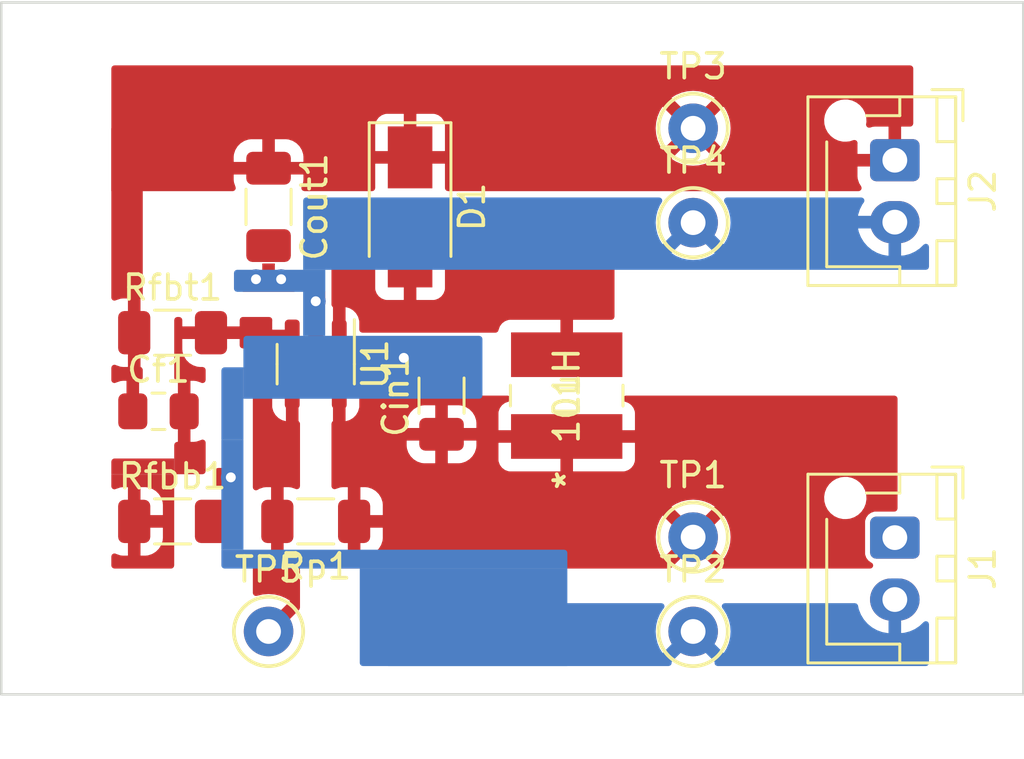
<source format=kicad_pcb>
(kicad_pcb (version 20211014) (generator pcbnew)
  (layers (0 "F.Cu" signal) (31 "B.Cu" signal) (34 "B.Paste" user) (35 "F.Paste" user) (36 "B.SilkS" user "B.Silkscreen") (37 "F.SilkS" user "F.Silkscreen") (38 "B.Mask" user) (39 "F.Mask" user) (44 "Edge.Cuts" user))
  (net 0 "")
  (net 1 "VCC")
  (net 2 "GND")
  (net 3 "/Vout,1")
  (net 4 "Net-(D1-Pad2)")
  (net 5 "Net-(Cf1-Pad2)")
  (net 6 "/Vin,1")
  (net 7 "Net-(Rp1-Pad2)")
  (footprint "TestPoint:TestPoint_Keystone_5000-5004_Miniature" (layer "F.Cu") (at 151.13 88.265)
    (fp_text reference "TP5" (at 0 -2.5) (layer "F.SilkS"))
    (fp_text value "En")
    (fp_circle (center 0 0) (end 1.4 0) (layer "F.SilkS") (width 0.15) (fill none))
    (pad "1" thru_hole circle (at 0 0) (size 2 2) (drill 1) (layers *.Cu *.Mask) (net 7 "Net-(Rp1-Pad2)"))
  )
  (footprint "Custom Parts:SDR0403-100ML" (layer "F.Cu") (at 163.1698 78.74 90)
    (fp_text reference "L1" (at 0 0 90) (layer "F.SilkS"))
    (fp_text value "10uH" (at 0 0 90) (layer "F.SilkS"))
    (fp_text user "*" (at -3.4163 0 90) (layer "F.SilkS"))
    (fp_text user "*" (at -3.4163 0 90) (layer "F.SilkS"))
    (fp_line (start -0.417531 2.2733) (end 0.417531 2.2733) (layer "F.SilkS") (width 0.12))
    (fp_line (start 0.417531 -2.2733) (end -0.417531 -2.2733) (layer "F.SilkS") (width 0.12))
    (pad "1" smd rect locked (at -1.651 0 90) (size 1.8034 4.4958) (layers "F.Cu" "F.Paste" "F.Mask") (net 6 "/Vin,1"))
    (pad "2" smd rect locked (at 1.651 0 90) (size 1.8034 4.4958) (layers "F.Cu" "F.Paste" "F.Mask") (net 4 "Net-(D1-Pad2)"))
  )
  (footprint "Capacitor_SMD:C_0805_2012Metric_Pad1.18x1.45mm_HandSolder" (layer "F.Cu") (at 146.685 79.375)
    (fp_text reference "Cf1" (at 0 -1.68) (layer "F.SilkS"))
    (fp_text value "390pF")
    (fp_line (start -0.261252 -0.735) (end 0.261252 -0.735) (layer "F.SilkS") (width 0.12))
    (fp_line (start -0.261252 0.735) (end 0.261252 0.735) (layer "F.SilkS") (width 0.12))
    (pad "1" smd roundrect (at -1.0375 0) (size 1.175 1.45) (layers "F.Cu" "F.Paste" "F.Mask") (roundrect_rratio 0.212766) (net 3 "/Vout,1"))
    (pad "2" smd roundrect (at 1.0375 0) (size 1.175 1.45) (layers "F.Cu" "F.Paste" "F.Mask") (roundrect_rratio 0.212766) (net 5 "Net-(Cf1-Pad2)"))
  )
  (footprint "Resistor_SMD:R_1206_3216Metric_Pad1.30x1.75mm_HandSolder" (layer "F.Cu") (at 147.255 83.82)
    (fp_text reference "Rfbb1" (at 0 -1.82) (layer "F.SilkS"))
    (fp_text value "14.3kΩ")
    (fp_line (start -0.727064 0.91) (end 0.727064 0.91) (layer "F.SilkS") (width 0.12))
    (fp_line (start -0.727064 -0.91) (end 0.727064 -0.91) (layer "F.SilkS") (width 0.12))
    (pad "1" smd roundrect (at -1.55 0) (size 1.3 1.75) (layers "F.Cu" "F.Paste" "F.Mask") (roundrect_rratio 0.192308) (net 5 "Net-(Cf1-Pad2)"))
    (pad "2" smd roundrect (at 1.55 0) (size 1.3 1.75) (layers "F.Cu" "F.Paste" "F.Mask") (roundrect_rratio 0.192308) (net 2 "GND"))
  )
  (footprint "Capacitor_SMD:C_1206_3216Metric_Pad1.33x1.80mm_HandSolder" (layer "F.Cu") (at 158.115 78.74 90)
    (fp_text reference "Cin1" (at 0 -1.85 90) (layer "F.SilkS"))
    (fp_text value "4.7uF")
    (fp_line (start -0.711252 -0.91) (end 0.711252 -0.91) (layer "F.SilkS") (width 0.12))
    (fp_line (start -0.711252 0.91) (end 0.711252 0.91) (layer "F.SilkS") (width 0.12))
    (pad "1" smd roundrect (at -1.5625 0 90) (size 1.325 1.8) (layers "F.Cu" "F.Paste" "F.Mask") (roundrect_rratio 0.188679) (net 6 "/Vin,1"))
    (pad "2" smd roundrect (at 1.5625 0 90) (size 1.325 1.8) (layers "F.Cu" "F.Paste" "F.Mask") (roundrect_rratio 0.188679) (net 2 "GND"))
  )
  (footprint "Package_TO_SOT_SMD:SOT-23-5" (layer "F.Cu") (at 153.035 77.47 -90)
    (fp_text reference "U1" (at 0 -2.4 90) (layer "F.SilkS"))
    (fp_text value "LMR64010XMF")
    (fp_line (start 0 -1.56) (end 0.8 -1.56) (layer "F.SilkS") (width 0.12))
    (fp_line (start 0 1.56) (end 0.8 1.56) (layer "F.SilkS") (width 0.12))
    (fp_line (start 0 -1.56) (end -1.8 -1.56) (layer "F.SilkS") (width 0.12))
    (fp_line (start 0 1.56) (end -0.8 1.56) (layer "F.SilkS") (width 0.12))
    (pad "1" smd roundrect (at -1.1375 -0.95 270) (size 1.325 0.6) (layers "F.Cu" "F.Paste" "F.Mask") (net 4 "Net-(D1-Pad2)"))
    (pad "2" smd roundrect (at -1.1375 0 270) (size 1.325 0.6) (layers "F.Cu" "F.Paste" "F.Mask") (net 2 "GND"))
    (pad "3" smd roundrect (at -1.1375 0.95 270) (size 1.325 0.6) (layers "F.Cu" "F.Paste" "F.Mask") (net 5 "Net-(Cf1-Pad2)"))
    (pad "4" smd roundrect (at 1.1375 0.95 270) (size 1.325 0.6) (layers "F.Cu" "F.Paste" "F.Mask") (net 7 "Net-(Rp1-Pad2)"))
    (pad "5" smd roundrect (at 1.1375 -0.95 270) (size 1.325 0.6) (layers "F.Cu" "F.Paste" "F.Mask") (net 6 "/Vin,1"))
  )
  (footprint "Connector_JST:JST_XH_B2B-XH-AM_1x02_P2.50mm_Vertical" (layer "F.Cu") (at 176.42 84.475 -90)
    (fp_text reference "J1" (at 1.25 -3.55 90) (layer "F.SilkS"))
    (fp_text value "Conn_01x02_Female")
    (fp_line (start 5.05 -2.45) (end 3.25 -2.45) (layer "F.SilkS") (width 0.12))
    (fp_line (start -0.75 -2.45) (end -2.55 -2.45) (layer "F.SilkS") (width 0.12))
    (fp_line (start 3.25 -1.7) (end 5.05 -1.7) (layer "F.SilkS") (width 0.12))
    (fp_line (start -1.8 -0.2) (end -1.8 1.14) (layer "F.SilkS") (width 0.12))
    (fp_line (start 5.06 -2.46) (end -2.56 -2.46) (layer "F.SilkS") (width 0.12))
    (fp_line (start 0.75 -1.7) (end 1.75 -1.7) (layer "F.SilkS") (width 0.12))
    (fp_line (start -0.75 -1.7) (end -0.75 -2.45) (layer "F.SilkS") (width 0.12))
    (fp_line (start -2.56 -2.46) (end -2.56 3.51) (layer "F.SilkS") (width 0.12))
    (fp_line (start 4.3 2.75) (end 1.25 2.75) (layer "F.SilkS") (width 0.12))
    (fp_line (start 1.25 2.75) (end -0.74 2.75) (layer "F.SilkS") (width 0.12))
    (fp_line (start 1.75 -1.7) (end 1.75 -2.45) (layer "F.SilkS") (width 0.12))
    (fp_line (start 5.06 3.51) (end 5.06 -2.46) (layer "F.SilkS") (width 0.12))
    (fp_line (start 0.75 -2.45) (end 0.75 -1.7) (layer "F.SilkS") (width 0.12))
    (fp_line (start -2.85 -2.75) (end -2.85 -1.5) (layer "F.SilkS") (width 0.12))
    (fp_line (start -2.55 -2.45) (end -2.55 -1.7) (layer "F.SilkS") (width 0.12))
    (fp_line (start -2.55 -0.2) (end -1.8 -0.2) (layer "F.SilkS") (width 0.12))
    (fp_line (start -1.6 -2.75) (end -2.85 -2.75) (layer "F.SilkS") (width 0.12))
    (fp_line (start 3.25 -2.45) (end 3.25 -1.7) (layer "F.SilkS") (width 0.12))
    (fp_line (start 4.3 -0.2) (end 4.3 2.75) (layer "F.SilkS") (width 0.12))
    (fp_line (start -2.56 3.51) (end 5.06 3.51) (layer "F.SilkS") (width 0.12))
    (fp_line (start -2.55 -1.7) (end -0.75 -1.7) (layer "F.SilkS") (width 0.12))
    (fp_line (start 5.05 -1.7) (end 5.05 -2.45) (layer "F.SilkS") (width 0.12))
    (fp_line (start 1.75 -2.45) (end 0.75 -2.45) (layer "F.SilkS") (width 0.12))
    (fp_line (start 5.05 -0.2) (end 4.3 -0.2) (layer "F.SilkS") (width 0.12))
    (pad "" np_thru_hole circle (at -1.6 2 270) (size 1.2 1.2) (drill 1.2) (layers *.Cu *.Mask))
    (pad "1" thru_hole roundrect (at 0 0 270) (size 1.7 2) (drill 1) (layers *.Cu *.Mask) (roundrect_rratio 0.147059) (net 1 "VCC"))
    (pad "2" thru_hole oval (at 2.5 0 270) (size 1.7 2) (drill 1) (layers *.Cu *.Mask) (net 2 "GND"))
  )
  (footprint "TestPoint:TestPoint_Keystone_5000-5004_Miniature" (layer "F.Cu") (at 168.275 84.455)
    (fp_text reference "TP1" (at 0 -2.5) (layer "F.SilkS"))
    (fp_text value "Vin,1")
    (fp_circle (center 0 0) (end 1.4 0) (layer "F.SilkS") (width 0.15) (fill none))
    (pad "1" thru_hole circle (at 0 0) (size 2 2) (drill 1) (layers *.Cu *.Mask) (net 6 "/Vin,1"))
  )
  (footprint "Connector_JST:JST_XH_B2B-XH-AM_1x02_P2.50mm_Vertical" (layer "F.Cu") (at 176.42 69.235 -90)
    (fp_text reference "J2" (at 1.25 -3.55 90) (layer "F.SilkS"))
    (fp_text value "Conn_01x02_Female")
    (fp_line (start -2.56 -2.46) (end -2.56 3.51) (layer "F.SilkS") (width 0.12))
    (fp_line (start -2.55 -2.45) (end -2.55 -1.7) (layer "F.SilkS") (width 0.12))
    (fp_line (start 5.06 3.51) (end 5.06 -2.46) (layer "F.SilkS") (width 0.12))
    (fp_line (start 5.05 -0.2) (end 4.3 -0.2) (layer "F.SilkS") (width 0.12))
    (fp_line (start 5.05 -2.45) (end 3.25 -2.45) (layer "F.SilkS") (width 0.12))
    (fp_line (start 1.75 -2.45) (end 0.75 -2.45) (layer "F.SilkS") (width 0.12))
    (fp_line (start 4.3 2.75) (end 1.25 2.75) (layer "F.SilkS") (width 0.12))
    (fp_line (start -1.6 -2.75) (end -2.85 -2.75) (layer "F.SilkS") (width 0.12))
    (fp_line (start -2.56 3.51) (end 5.06 3.51) (layer "F.SilkS") (width 0.12))
    (fp_line (start 0.75 -2.45) (end 0.75 -1.7) (layer "F.SilkS") (width 0.12))
    (fp_line (start -0.75 -2.45) (end -2.55 -2.45) (layer "F.SilkS") (width 0.12))
    (fp_line (start -2.55 -1.7) (end -0.75 -1.7) (layer "F.SilkS") (width 0.12))
    (fp_line (start 3.25 -2.45) (end 3.25 -1.7) (layer "F.SilkS") (width 0.12))
    (fp_line (start -0.75 -1.7) (end -0.75 -2.45) (layer "F.SilkS") (width 0.12))
    (fp_line (start 1.75 -1.7) (end 1.75 -2.45) (layer "F.SilkS") (width 0.12))
    (fp_line (start 3.25 -1.7) (end 5.05 -1.7) (layer "F.SilkS") (width 0.12))
    (fp_line (start 5.05 -1.7) (end 5.05 -2.45) (layer "F.SilkS") (width 0.12))
    (fp_line (start 0.75 -1.7) (end 1.75 -1.7) (layer "F.SilkS") (width 0.12))
    (fp_line (start 1.25 2.75) (end -0.74 2.75) (layer "F.SilkS") (width 0.12))
    (fp_line (start 5.06 -2.46) (end -2.56 -2.46) (layer "F.SilkS") (width 0.12))
    (fp_line (start -1.8 -0.2) (end -1.8 1.14) (layer "F.SilkS") (width 0.12))
    (fp_line (start -2.55 -0.2) (end -1.8 -0.2) (layer "F.SilkS") (width 0.12))
    (fp_line (start -2.85 -2.75) (end -2.85 -1.5) (layer "F.SilkS") (width 0.12))
    (fp_line (start 4.3 -0.2) (end 4.3 2.75) (layer "F.SilkS") (width 0.12))
    (pad "" np_thru_hole circle (at -1.6 2 270) (size 1.2 1.2) (drill 1.2) (layers *.Cu *.Mask))
    (pad "1" thru_hole roundrect (at 0 0 270) (size 1.7 2) (drill 1) (layers *.Cu *.Mask) (roundrect_rratio 0.147059) (net 3 "/Vout,1"))
    (pad "2" thru_hole oval (at 2.5 0 270) (size 1.7 2) (drill 1) (layers *.Cu *.Mask) (net 2 "GND"))
  )
  (footprint "Diode_SMD:D_SMA" (layer "F.Cu") (at 156.845 71.12 -90)
    (fp_text reference "D1" (at 0 -2.5 90) (layer "F.SilkS"))
    (fp_text value "410mV 1A")
    (fp_line (start -3.4 -1.65) (end -3.4 1.65) (layer "F.SilkS") (width 0.12))
    (fp_line (start -3.4 -1.65) (end 2 -1.65) (layer "F.SilkS") (width 0.12))
    (fp_line (start -3.4 1.65) (end 2 1.65) (layer "F.SilkS") (width 0.12))
    (pad "1" smd rect (at -2 0 270) (size 2.5 1.8) (layers "F.Cu" "F.Paste" "F.Mask") (net 3 "/Vout,1"))
    (pad "2" smd rect (at 2 0 270) (size 2.5 1.8) (layers "F.Cu" "F.Paste" "F.Mask") (net 4 "Net-(D1-Pad2)"))
  )
  (footprint "TestPoint:TestPoint_Keystone_5000-5004_Miniature" (layer "F.Cu") (at 168.275 67.945)
    (fp_text reference "TP3" (at 0 -2.5) (layer "F.SilkS"))
    (fp_text value "Vout,1")
    (fp_circle (center 0 0) (end 1.4 0) (layer "F.SilkS") (width 0.15) (fill none))
    (pad "1" thru_hole circle (at 0 0) (size 2 2) (drill 1) (layers *.Cu *.Mask) (net 3 "/Vout,1"))
  )
  (footprint "TestPoint:TestPoint_Keystone_5000-5004_Miniature" (layer "F.Cu") (at 168.275 88.265)
    (fp_text reference "TP2" (at 0 -2.5) (layer "F.SilkS"))
    (fp_text value "Gnd")
    (fp_circle (center 0 0) (end 1.4 0) (layer "F.SilkS") (width 0.15) (fill none))
    (pad "1" thru_hole circle (at 0 0) (size 2 2) (drill 1) (layers *.Cu *.Mask) (net 2 "GND"))
  )
  (footprint "Capacitor_SMD:C_1206_3216Metric_Pad1.33x1.80mm_HandSolder" (layer "F.Cu") (at 151.13 71.12 -90)
    (fp_text reference "Cout1" (at 0 -1.85 90) (layer "F.SilkS"))
    (fp_text value "4.7uF")
    (fp_line (start -0.711252 0.91) (end 0.711252 0.91) (layer "F.SilkS") (width 0.12))
    (fp_line (start -0.711252 -0.91) (end 0.711252 -0.91) (layer "F.SilkS") (width 0.12))
    (pad "1" smd roundrect (at -1.5625 0 270) (size 1.325 1.8) (layers "F.Cu" "F.Paste" "F.Mask") (roundrect_rratio 0.188679) (net 3 "/Vout,1"))
    (pad "2" smd roundrect (at 1.5625 0 270) (size 1.325 1.8) (layers "F.Cu" "F.Paste" "F.Mask") (roundrect_rratio 0.188679) (net 2 "GND"))
  )
  (footprint "TestPoint:TestPoint_Keystone_5000-5004_Miniature" (layer "F.Cu") (at 168.275 71.755)
    (fp_text reference "TP4" (at 0 -2.5) (layer "F.SilkS"))
    (fp_text value "Gnd")
    (fp_circle (center 0 0) (end 1.4 0) (layer "F.SilkS") (width 0.15) (fill none))
    (pad "1" thru_hole circle (at 0 0) (size 2 2) (drill 1) (layers *.Cu *.Mask) (net 2 "GND"))
  )
  (footprint "Resistor_SMD:R_1206_3216Metric_Pad1.30x1.75mm_HandSolder" (layer "F.Cu") (at 147.255 76.2)
    (fp_text reference "Rfbt1" (at 0 -1.82) (layer "F.SilkS"))
    (fp_text value "267kΩ")
    (fp_line (start -0.727064 0.91) (end 0.727064 0.91) (layer "F.SilkS") (width 0.12))
    (fp_line (start -0.727064 -0.91) (end 0.727064 -0.91) (layer "F.SilkS") (width 0.12))
    (pad "1" smd roundrect (at -1.55 0) (size 1.3 1.75) (layers "F.Cu" "F.Paste" "F.Mask") (roundrect_rratio 0.192308) (net 3 "/Vout,1"))
    (pad "2" smd roundrect (at 1.55 0) (size 1.3 1.75) (layers "F.Cu" "F.Paste" "F.Mask") (roundrect_rratio 0.192308) (net 5 "Net-(Cf1-Pad2)"))
  )
  (footprint "Resistor_SMD:R_1206_3216Metric_Pad1.30x1.75mm_HandSolder" (layer "F.Cu") (at 153.035 83.82 180)
    (fp_text reference "Rp1" (at 0 -1.82) (layer "F.SilkS"))
    (fp_text value "1MΩ")
    (fp_line (start -0.727064 -0.91) (end 0.727064 -0.91) (layer "F.SilkS") (width 0.12))
    (fp_line (start -0.727064 0.91) (end 0.727064 0.91) (layer "F.SilkS") (width 0.12))
    (pad "1" smd roundrect (at -1.55 0 180) (size 1.3 1.75) (layers "F.Cu" "F.Paste" "F.Mask") (roundrect_rratio 0.192308) (net 6 "/Vin,1"))
    (pad "2" smd roundrect (at 1.55 0 180) (size 1.3 1.75) (layers "F.Cu" "F.Paste" "F.Mask") (roundrect_rratio 0.192308) (net 7 "Net-(Rp1-Pad2)"))
  )
  (gr_rect (start 181.61 90.805) (end 140.335 62.865) (layer "Edge.Cuts") (width 0.1) (fill none))
  (via (at 151.638 74.041) (size 0.8) (drill 0.4) (layers "F.Cu" "B.Cu") (net 2))
  (via (at 150.622 74.041) (size 0.8) (drill 0.4) (layers "F.Cu" "B.Cu") (net 2))
  (via (at 153.035 74.93) (size 0.8) (drill 0.4) (layers "F.Cu" "B.Cu") (net 2))
  (via (at 149.606 82.042) (size 0.8) (drill 0.4) (layers "F.Cu" "B.Cu") (net 2))
  (via (at 156.591 77.216) (size 0.8) (drill 0.4) (layers "F.Cu" "B.Cu") (net 2))
  (zone (net 2) (net_name "GND") (layer "F.Cu") (connect_pads (clearance 0)) (min_thickness 0.254) (fill yes (thermal_gap 0.508) (thermal_bridge_width 0.508))
    (polygon (pts (xy 153.416 75.819) (xy 152.654 75.819) (xy 152.654 74.422) (xy 153.416 74.422)))
  )
  (zone (net 6) (net_name "/Vin,1") (layer "F.Cu") (connect_pads (clearance 0)) (min_thickness 0.254) (fill yes (thermal_gap 0.508) (thermal_bridge_width 0.508))
    (polygon (pts (xy 176.53 85.725) (xy 153.67 85.725) (xy 153.67 78.74) (xy 176.53 78.74)))
  )
  (zone (net 5) (net_name "Net-(Cf1-Pad2)") (layer "F.Cu") (connect_pads (clearance 0)) (min_thickness 0.254) (fill yes (thermal_gap 0.508) (thermal_bridge_width 0.508))
    (polygon (pts (xy 148.59 75.565) (xy 148.59 81.915) (xy 147.32 81.915) (xy 147.32 75.565)))
  )
  (zone (net 2) (net_name "GND") (layer "F.Cu") (connect_pads (clearance 0)) (min_thickness 0.254) (fill yes (thermal_gap 0.508) (thermal_bridge_width 0.508))
    (polygon (pts (xy 152.273 74.549) (xy 149.987 74.549) (xy 149.987 73.406) (xy 152.273 73.406)))
  )
  (zone (net 5) (net_name "Net-(Cf1-Pad2)") (layer "F.Cu") (connect_pads (clearance 0)) (min_thickness 0.254) (fill yes (thermal_gap 0.508) (thermal_bridge_width 0.508))
    (polygon (pts (xy 147.32 81.915) (xy 144.78 81.915) (xy 144.78 81.28) (xy 147.32 81.28)))
  )
  (zone (net 2) (net_name "GND") (layer "F.Cu") (connect_pads (clearance 0)) (min_thickness 0.254) (fill yes (thermal_gap 0.508) (thermal_bridge_width 0.508))
    (polygon (pts (xy 157.226 77.597) (xy 156.21 77.597) (xy 156.21 76.835) (xy 157.226 76.835)))
  )
  (zone (net 2) (net_name "GND") (layer "F.Cu") (connect_pads (clearance 0)) (min_thickness 0.254) (fill yes (thermal_gap 0.508) (thermal_bridge_width 0.508))
    (polygon (pts (xy 149.987 83.439) (xy 148.971 83.439) (xy 148.971 81.661) (xy 149.987 81.661)))
  )
  (zone (net 7) (net_name "Net-(Rp1-Pad2)") (layer "F.Cu") (connect_pads (clearance 0)) (min_thickness 0.254) (fill yes (thermal_gap 0.508) (thermal_bridge_width 0.508))
    (polygon (pts (xy 152.4 89.535) (xy 150.495 89.535) (xy 150.495 78.105) (xy 152.4 78.105)))
  )
  (zone (net 5) (net_name "Net-(Cf1-Pad2)") (layer "F.Cu") (connect_pads (clearance 0)) (min_thickness 0.254) (fill yes (thermal_gap 0.508) (thermal_bridge_width 0.508))
    (polygon (pts (xy 147.32 85.725) (xy 144.78 85.725) (xy 144.78 81.915) (xy 147.32 81.915)))
  )
  (zone (net 5) (net_name "Net-(Cf1-Pad2)") (layer "F.Cu") (connect_pads (clearance 0)) (min_thickness 0.254) (fill yes (thermal_gap 0.508) (thermal_bridge_width 0.508))
    (polygon (pts (xy 152.4 76.835) (xy 147.955 76.835) (xy 147.955 75.565) (xy 152.4 75.565)))
  )
  (zone (net 3) (net_name "/Vout,1") (layer "F.Cu") (connect_pads (clearance 0)) (min_thickness 0.254) (fill yes (thermal_gap 0.508) (thermal_bridge_width 0.508))
    (polygon (pts (xy 177.165 65.405) (xy 177.165 70.485) (xy 144.78 70.485) (xy 144.78 65.405)))
  )
  (zone (net 3) (net_name "/Vout,1") (layer "F.Cu") (connect_pads (clearance 0)) (min_thickness 0.254) (fill yes (thermal_gap 0.508) (thermal_bridge_width 0.508))
    (polygon (pts (xy 146.05 80.01) (xy 144.78 80.01) (xy 144.78 67.945) (xy 146.05 67.945)))
  )
  (zone (net 4) (net_name "Net-(D1-Pad2)") (layer "F.Cu") (connect_pads (clearance 0)) (min_thickness 0.254) (fill yes (thermal_gap 0.508) (thermal_bridge_width 0.508))
    (polygon (pts (xy 165.1 76.2) (xy 153.67 76.2) (xy 153.67 73.025) (xy 165.1 73.025)))
  )
  (zone (net 2) (net_name "GND") (layer "B.Cu") (connect_pads (clearance 0)) (min_thickness 0.254) (fill yes (thermal_gap 0.508) (thermal_bridge_width 0.508))
    (polygon (pts (xy 153.416 74.549) (xy 149.733 74.549) (xy 149.733 73.66) (xy 153.416 73.66)))
  )
  (zone (net 2) (net_name "GND") (layer "B.Cu") (connect_pads (clearance 0)) (min_thickness 0.254) (fill yes (thermal_gap 0.508) (thermal_bridge_width 0.508))
    (polygon (pts (xy 159.766 78.867) (xy 150.114 78.867) (xy 150.114 76.327) (xy 159.766 76.327)))
  )
  (zone (net 2) (net_name "GND") (layer "B.Cu") (connect_pads (clearance 0)) (min_thickness 0.254) (fill yes (thermal_gap 0.508) (thermal_bridge_width 0.508))
    (polygon (pts (xy 177.8 73.66) (xy 152.527 73.66) (xy 152.527 70.739) (xy 177.8 70.739)))
  )
  (zone (net 2) (net_name "GND") (layer "B.Cu") (connect_pads (clearance 0)) (min_thickness 0.254) (fill yes (thermal_gap 0.508) (thermal_bridge_width 0.508))
    (polygon (pts (xy 153.416 73.66) (xy 153.416 76.327) (xy 152.527 76.327) (xy 152.527 73.66)))
  )
  (zone (net 2) (net_name "GND") (layer "B.Cu") (connect_pads (clearance 0)) (min_thickness 0.254) (fill yes (thermal_gap 0.508) (thermal_bridge_width 0.508))
    (polygon (pts (xy 150.114 77.597) (xy 150.114 80.518) (xy 149.225 80.518) (xy 149.225 77.597)))
  )
  (zone (net 2) (net_name "GND") (layer "B.Cu") (connect_pads (clearance 0)) (min_thickness 0.254) (fill yes (thermal_gap 0.508) (thermal_bridge_width 0.508))
    (polygon (pts (xy 150.114 80.518) (xy 150.114 84.963) (xy 149.225 84.963) (xy 149.225 80.518)))
  )
  (zone (net 2) (net_name "GND") (layer "B.Cu") (connect_pads (clearance 0)) (min_thickness 0.254) (fill yes (thermal_gap 0.508) (thermal_bridge_width 0.508))
    (polygon (pts (xy 163.195 89.662) (xy 154.813 89.662) (xy 154.813 85.725) (xy 163.195 85.725)))
  )
  (zone (net 2) (net_name "GND") (layer "B.Cu") (connect_pads (clearance 0)) (min_thickness 0.254) (fill yes (thermal_gap 0.508) (thermal_bridge_width 0.508))
    (polygon (pts (xy 163.195 85.725) (xy 149.225 85.725) (xy 149.225 84.963) (xy 163.195 84.963)))
  )
  (zone (net 2) (net_name "GND") (layer "B.Cu") (connect_pads (clearance 0)) (min_thickness 0.254) (fill yes (thermal_gap 0.508) (thermal_bridge_width 0.508))
    (polygon (pts (xy 177.8 89.662) (xy 155.956 89.662) (xy 155.956 87.122) (xy 177.8 87.122)))
  )
)
</source>
